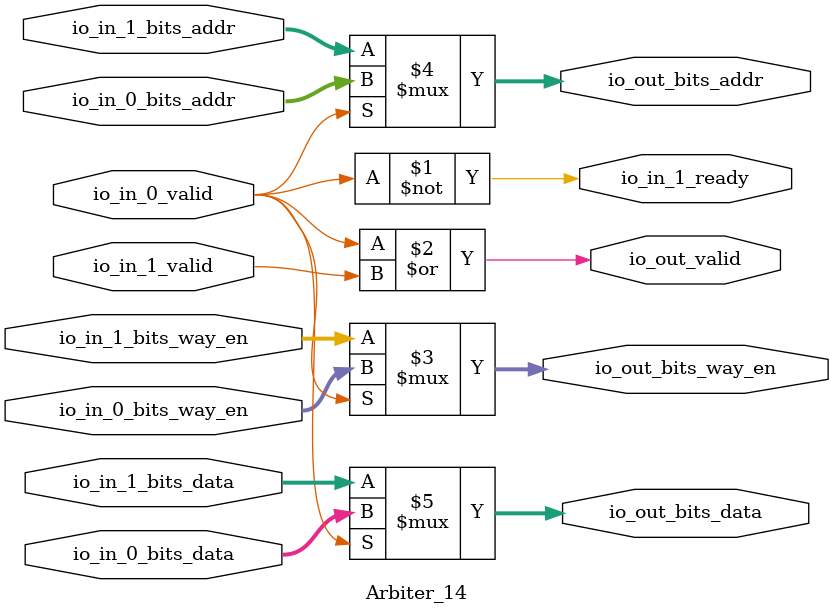
<source format=sv>
`ifndef RANDOMIZE
  `ifdef RANDOMIZE_REG_INIT
    `define RANDOMIZE
  `endif // RANDOMIZE_REG_INIT
`endif // not def RANDOMIZE
`ifndef RANDOMIZE
  `ifdef RANDOMIZE_MEM_INIT
    `define RANDOMIZE
  `endif // RANDOMIZE_MEM_INIT
`endif // not def RANDOMIZE

`ifndef RANDOM
  `define RANDOM $random
`endif // not def RANDOM

// Users can define 'PRINTF_COND' to add an extra gate to prints.
`ifndef PRINTF_COND_
  `ifdef PRINTF_COND
    `define PRINTF_COND_ (`PRINTF_COND)
  `else  // PRINTF_COND
    `define PRINTF_COND_ 1
  `endif // PRINTF_COND
`endif // not def PRINTF_COND_

// Users can define 'ASSERT_VERBOSE_COND' to add an extra gate to assert error printing.
`ifndef ASSERT_VERBOSE_COND_
  `ifdef ASSERT_VERBOSE_COND
    `define ASSERT_VERBOSE_COND_ (`ASSERT_VERBOSE_COND)
  `else  // ASSERT_VERBOSE_COND
    `define ASSERT_VERBOSE_COND_ 1
  `endif // ASSERT_VERBOSE_COND
`endif // not def ASSERT_VERBOSE_COND_

// Users can define 'STOP_COND' to add an extra gate to stop conditions.
`ifndef STOP_COND_
  `ifdef STOP_COND
    `define STOP_COND_ (`STOP_COND)
  `else  // STOP_COND
    `define STOP_COND_ 1
  `endif // STOP_COND
`endif // not def STOP_COND_

// Users can define INIT_RANDOM as general code that gets injected into the
// initializer block for modules with registers.
`ifndef INIT_RANDOM
  `define INIT_RANDOM
`endif // not def INIT_RANDOM

// If using random initialization, you can also define RANDOMIZE_DELAY to
// customize the delay used, otherwise 0.002 is used.
`ifndef RANDOMIZE_DELAY
  `define RANDOMIZE_DELAY 0.002
`endif // not def RANDOMIZE_DELAY

// Define INIT_RANDOM_PROLOG_ for use in our modules below.
`ifndef INIT_RANDOM_PROLOG_
  `ifdef RANDOMIZE
    `ifdef VERILATOR
      `define INIT_RANDOM_PROLOG_ `INIT_RANDOM
    `else  // VERILATOR
      `define INIT_RANDOM_PROLOG_ `INIT_RANDOM #`RANDOMIZE_DELAY begin end
    `endif // VERILATOR
  `else  // RANDOMIZE
    `define INIT_RANDOM_PROLOG_
  `endif // RANDOMIZE
`endif // not def INIT_RANDOM_PROLOG_

// Include register initializers in init blocks unless synthesis is set
`ifndef SYNTHESIS
  `ifndef ENABLE_INITIAL_REG_
    `define ENABLE_INITIAL_REG_
  `endif // not def ENABLE_INITIAL_REG_
`endif // not def SYNTHESIS

// Include rmemory initializers in init blocks unless synthesis is set
`ifndef SYNTHESIS
  `ifndef ENABLE_INITIAL_MEM_
    `define ENABLE_INITIAL_MEM_
  `endif // not def ENABLE_INITIAL_MEM_
`endif // not def SYNTHESIS

module Arbiter_14(
  input         io_in_0_valid,
  input  [7:0]  io_in_0_bits_way_en,
  input  [11:0] io_in_0_bits_addr,
  input  [63:0] io_in_0_bits_data,
  input         io_in_1_valid,
  input  [7:0]  io_in_1_bits_way_en,
  input  [11:0] io_in_1_bits_addr,
  input  [63:0] io_in_1_bits_data,
  output        io_in_1_ready,
                io_out_valid,
  output [7:0]  io_out_bits_way_en,
  output [11:0] io_out_bits_addr,
  output [63:0] io_out_bits_data
);

  assign io_in_1_ready = ~io_in_0_valid;	// Arbiter.scala:31:78
  assign io_out_valid = io_in_0_valid | io_in_1_valid;	// Arbiter.scala:135:31
  assign io_out_bits_way_en = io_in_0_valid ? io_in_0_bits_way_en : io_in_1_bits_way_en;	// Arbiter.scala:124:15, :126:27, :128:19
  assign io_out_bits_addr = io_in_0_valid ? io_in_0_bits_addr : io_in_1_bits_addr;	// Arbiter.scala:124:15, :126:27, :128:19
  assign io_out_bits_data = io_in_0_valid ? io_in_0_bits_data : io_in_1_bits_data;	// Arbiter.scala:124:15, :126:27, :128:19
endmodule


</source>
